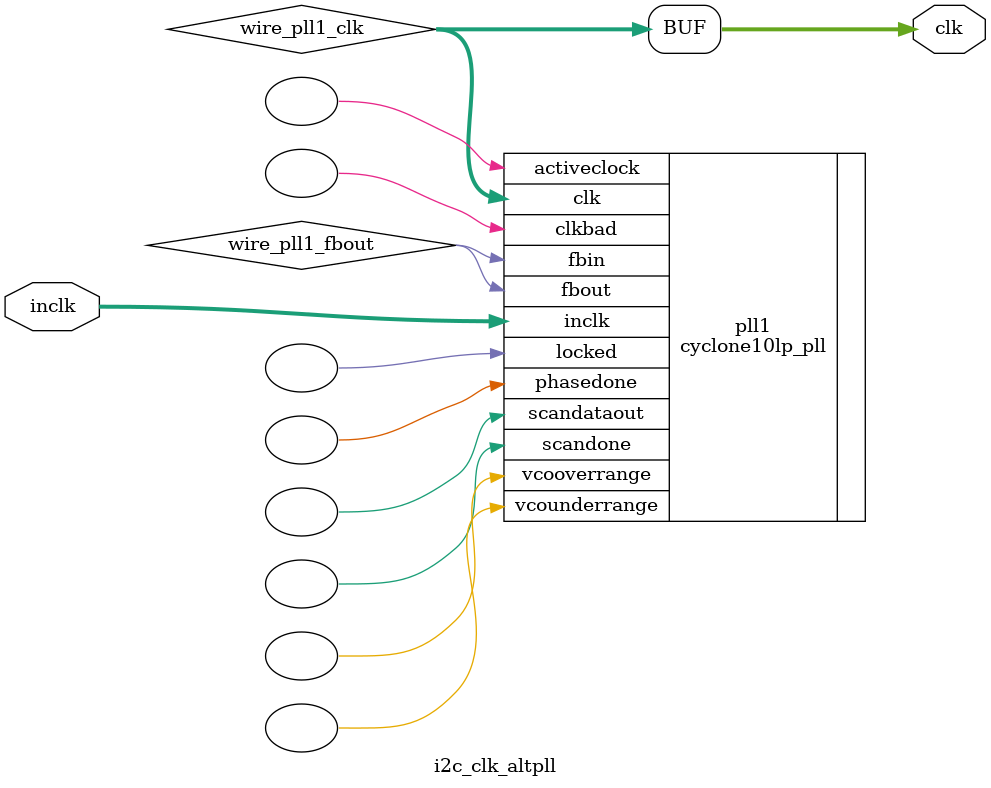
<source format=v>






//synthesis_resources = cyclone10lp_pll 1 
//synopsys translate_off
`timescale 1 ps / 1 ps
//synopsys translate_on
module  i2c_clk_altpll
	( 
	clk,
	inclk) /* synthesis synthesis_clearbox=1 */;
	output   [4:0]  clk;
	input   [1:0]  inclk;
`ifndef ALTERA_RESERVED_QIS
// synopsys translate_off
`endif
	tri0   [1:0]  inclk;
`ifndef ALTERA_RESERVED_QIS
// synopsys translate_on
`endif

	wire  [4:0]   wire_pll1_clk;
	wire  wire_pll1_fbout;

	cyclone10lp_pll   pll1
	( 
	.activeclock(),
	.clk(wire_pll1_clk),
	.clkbad(),
	.fbin(wire_pll1_fbout),
	.fbout(wire_pll1_fbout),
	.inclk(inclk),
	.locked(),
	.phasedone(),
	.scandataout(),
	.scandone(),
	.vcooverrange(),
	.vcounderrange()
	`ifndef FORMAL_VERIFICATION
	// synopsys translate_off
	`endif
	,
	.areset(1'b0),
	.clkswitch(1'b0),
	.configupdate(1'b0),
	.pfdena(1'b1),
	.phasecounterselect({3{1'b0}}),
	.phasestep(1'b0),
	.phaseupdown(1'b0),
	.scanclk(1'b0),
	.scanclkena(1'b1),
	.scandata(1'b0)
	`ifndef FORMAL_VERIFICATION
	// synopsys translate_on
	`endif
	);
	defparam
		pll1.bandwidth_type = "auto",
		pll1.clk0_divide_by = 4,
		pll1.clk0_duty_cycle = 50,
		pll1.clk0_multiply_by = 1,
		pll1.clk0_phase_shift = "0",
		pll1.compensate_clock = "clk0",
		pll1.inclk0_input_frequency = 83333,
		pll1.operation_mode = "normal",
		pll1.pll_type = "auto",
		pll1.lpm_type = "cyclone10lp_pll";
	assign
		clk = {wire_pll1_clk[4:0]};
endmodule //i2c_clk_altpll
//VALID FILE

</source>
